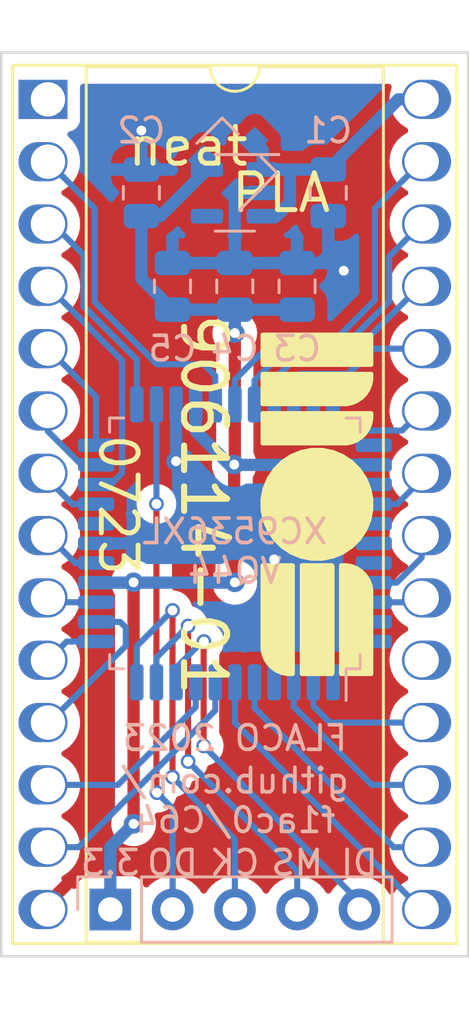
<source format=kicad_pcb>
(kicad_pcb (version 20221018) (generator pcbnew)
  (title_block (title "C64-PLA") (date "2023-02-19") (rev "0.1") (company "FLACO 2023") (comment 1 "Adapted from https://github.com/1c3d1v3r/neatPLA"))
  (layers (0 "F.Cu" signal) (31 "B.Cu" signal) (34 "B.Paste" user) (35 "F.Paste" user) (36 "B.SilkS" user "B.Silkscreen") (37 "F.SilkS" user "F.Silkscreen") (38 "B.Mask" user) (39 "F.Mask" user) (44 "Edge.Cuts" user))
  (net 0 "")
  (net 1 "+5V")
  (net 2 "GND")
  (net 3 "+3.3V")
  (net 4 "/TDO")
  (net 5 "/TCK")
  (net 6 "/TMS")
  (net 7 "/TDI")
  (net 8 "/FE{slash}NC")
  (net 9 "/I7")
  (net 10 "/I6")
  (net 11 "/I5")
  (net 12 "/I4")
  (net 13 "/I3")
  (net 14 "/I2")
  (net 15 "/I1")
  (net 16 "/I0")
  (net 17 "/F7")
  (net 18 "/F6")
  (net 19 "/F5")
  (net 20 "/F4")
  (net 21 "/F3")
  (net 22 "/F2")
  (net 23 "/F1")
  (net 24 "/F0")
  (net 25 "/{slash}CE")
  (net 26 "/I15")
  (net 27 "/I14")
  (net 28 "/I13")
  (net 29 "/I12")
  (net 30 "/I11")
  (net 31 "/I10")
  (net 32 "/I9")
  (net 33 "/I8")
  (footprint "Sassa:DIP-28_W15.24mm_BigPads1.4" (layer "F.Cu") (at 177.8 86.36)
    (fp_text reference "J2" hide)
    (fp_text value "SID 6581")
    (fp_line (start -1.44 -1.39) (end -1.44 34.41) (stroke (width 0.12)) (layer "F.SilkS"))
    (fp_line (start -1.44 34.41) (end 16.68 34.41) (stroke (width 0.12)) (layer "F.SilkS"))
    (fp_line (start 1.56 -1.33) (end 1.56 34.35) (stroke (width 0.12)) (layer "F.SilkS"))
    (fp_line (start 1.56 34.35) (end 13.68 34.35) (stroke (width 0.12)) (layer "F.SilkS"))
    (fp_line (start 6.62 -1.33) (end 1.56 -1.33) (stroke (width 0.12)) (layer "F.SilkS"))
    (fp_line (start 13.68 -1.33) (end 8.62 -1.33) (stroke (width 0.12)) (layer "F.SilkS"))
    (fp_line (start 13.68 34.35) (end 13.68 -1.33) (stroke (width 0.12)) (layer "F.SilkS"))
    (fp_line (start 16.68 -1.39) (end -1.44 -1.39) (stroke (width 0.12)) (layer "F.SilkS"))
    (fp_line (start 16.68 34.41) (end 16.68 -1.39) (stroke (width 0.12)) (layer "F.SilkS"))
    (fp_arc (start 8.62 -1.33) (mid 7.62 -0.33) (end 6.62 -1.33) (stroke (width 0.12)) (layer "F.SilkS"))
    (pad "1" thru_hole rect (at 0 0) (size 2 1.6) (drill 1.4 (offset -0.2 0)) (layers "*.Cu" "*.Mask") (net 8 "/FE{slash}NC"))
    (pad "2" thru_hole oval (at 0 2.54) (size 2 1.6) (drill 1.4 (offset -0.2 0)) (layers "*.Cu" "*.Mask") (net 9 "/I7"))
    (pad "3" thru_hole oval (at 0 5.08) (size 2 1.6) (drill 1.4 (offset -0.2 0)) (layers "*.Cu" "*.Mask") (net 10 "/I6"))
    (pad "4" thru_hole oval (at 0 7.62) (size 2 1.6) (drill 1.4 (offset -0.2 0)) (layers "*.Cu" "*.Mask") (net 11 "/I5"))
    (pad "5" thru_hole oval (at 0 10.16) (size 2 1.6) (drill 1.4 (offset -0.2 0)) (layers "*.Cu" "*.Mask") (net 12 "/I4"))
    (pad "6" thru_hole oval (at 0 12.7) (size 2 1.6) (drill 1.4 (offset -0.2 0)) (layers "*.Cu" "*.Mask") (net 13 "/I3"))
    (pad "7" thru_hole oval (at 0 15.24) (size 2 1.6) (drill 1.4 (offset -0.2 0)) (layers "*.Cu" "*.Mask") (net 14 "/I2"))
    (pad "8" thru_hole oval (at 0 17.78) (size 2 1.6) (drill 1.4 (offset -0.2 0)) (layers "*.Cu" "*.Mask") (net 15 "/I1"))
    (pad "9" thru_hole oval (at 0 20.32) (size 2 1.6) (drill 1.4 (offset -0.2 0)) (layers "*.Cu" "*.Mask") (net 16 "/I0"))
    (pad "10" thru_hole oval (at 0 22.86) (size 2 1.6) (drill 1.4 (offset -0.2 0)) (layers "*.Cu" "*.Mask") (net 17 "/F7"))
    (pad "11" thru_hole oval (at 0 25.4) (size 2 1.6) (drill 1.4 (offset -0.2 0)) (layers "*.Cu" "*.Mask") (net 18 "/F6"))
    (pad "12" thru_hole oval (at 0 27.94) (size 2 1.6) (drill 1.4 (offset -0.2 0)) (layers "*.Cu" "*.Mask") (net 19 "/F5"))
    (pad "13" thru_hole oval (at 0 30.48) (size 2 1.6) (drill 1.4 (offset -0.2 0)) (layers "*.Cu" "*.Mask") (net 20 "/F4"))
    (pad "14" thru_hole oval (at 0 33.02) (size 2 1.6) (drill 1.4 (offset -0.2 0)) (layers "*.Cu" "*.Mask") (net 2 "GND"))
    (pad "15" thru_hole oval (at 15.24 33.02) (size 2 1.6) (drill 1.4 (offset 0.2 0)) (layers "*.Cu" "*.Mask") (net 21 "/F3"))
    (pad "16" thru_hole oval (at 15.24 30.48) (size 2 1.6) (drill 1.4 (offset 0.2 0)) (layers "*.Cu" "*.Mask") (net 22 "/F2"))
    (pad "17" thru_hole oval (at 15.24 27.94) (size 2 1.6) (drill 1.4 (offset 0.2 0)) (layers "*.Cu" "*.Mask") (net 23 "/F1"))
    (pad "18" thru_hole oval (at 15.24 25.4) (size 2 1.6) (drill 1.4 (offset 0.2 0)) (layers "*.Cu" "*.Mask") (net 24 "/F0"))
    (pad "19" thru_hole oval (at 15.24 22.86) (size 2 1.6) (drill 1.4 (offset 0.2 0)) (layers "*.Cu" "*.Mask") (net 25 "/{slash}CE"))
    (pad "20" thru_hole oval (at 15.24 20.32) (size 2 1.6) (drill 1.4 (offset 0.2 0)) (layers "*.Cu" "*.Mask") (net 26 "/I15"))
    (pad "21" thru_hole oval (at 15.24 17.78) (size 2 1.6) (drill 1.4 (offset 0.2 0)) (layers "*.Cu" "*.Mask") (net 27 "/I14"))
    (pad "22" thru_hole oval (at 15.24 15.24) (size 2 1.6) (drill 1.4 (offset 0.2 0)) (layers "*.Cu" "*.Mask") (net 28 "/I13"))
    (pad "23" thru_hole oval (at 15.24 12.7) (size 2 1.6) (drill 1.4 (offset 0.2 0)) (layers "*.Cu" "*.Mask") (net 29 "/I12"))
    (pad "24" thru_hole oval (at 15.24 10.16) (size 2 1.6) (drill 1.4 (offset 0.2 0)) (layers "*.Cu" "*.Mask") (net 30 "/I11"))
    (pad "25" thru_hole oval (at 15.24 7.62) (size 2 1.6) (drill 1.4 (offset 0.2 0)) (layers "*.Cu" "*.Mask") (net 31 "/I10"))
    (pad "26" thru_hole oval (at 15.24 5.08) (size 2 1.6) (drill 1.4 (offset 0.2 0)) (layers "*.Cu" "*.Mask") (net 32 "/I9"))
    (pad "27" thru_hole oval (at 15.24 2.54) (size 2 1.6) (drill 1.4 (offset 0.2 0)) (layers "*.Cu" "*.Mask") (net 33 "/I8"))
    (pad "28" thru_hole oval (at 15.24 0) (size 2 1.6) (drill 1.4 (offset 0.2 0)) (layers "*.Cu" "*.Mask") (net 1 "+5V"))
  )
  (footprint "Capacitor_SMD:C_0805_2012Metric" (layer "B.Cu") (at 181.61 90.17 90)
    (fp_text reference "C2" (at 2.54 0 unlocked) (layer "B.SilkS") (effects (justify mirror)))
    (fp_text value "100n")
    (fp_line (start -0.261252 -0.735) (end 0.261252 -0.735) (stroke (width 0.12)) (layer "B.SilkS"))
    (fp_line (start -0.261252 0.735) (end 0.261252 0.735) (stroke (width 0.12)) (layer "B.SilkS"))
    (pad "1" smd roundrect (at -0.95 0 90) (size 1 1.45) (layers "B.Cu" "B.Paste" "B.Mask") (net 3 "+3.3V"))
    (pad "2" smd roundrect (at 0.95 0 90) (size 1 1.45) (layers "B.Cu" "B.Paste" "B.Mask") (net 2 "GND"))
  )
  (footprint "Package_TO_SOT_SMD:SOT-23-5" (layer "B.Cu") (at 185.42 90.17 180)
    (fp_text reference "U2" hide)
    (fp_text value "SPX3819M5-L-3-3")
    (fp_line (start 0 -1.56) (end -0.8 -1.56) (stroke (width 0.12)) (layer "B.SilkS"))
    (fp_line (start 0 -1.56) (end 0.8 -1.56) (stroke (width 0.12)) (layer "B.SilkS"))
    (fp_line (start 0 1.56) (end -1.8 1.56) (stroke (width 0.12)) (layer "B.SilkS"))
    (fp_line (start 0 1.56) (end 0.8 1.56) (stroke (width 0.12)) (layer "B.SilkS"))
    (pad "1" smd roundrect (at -1.1375 0.95 180) (size 1.325 0.6) (layers "B.Cu" "B.Paste" "B.Mask") (net 1 "+5V"))
    (pad "2" smd roundrect (at -1.1375 0 180) (size 1.325 0.6) (layers "B.Cu" "B.Paste" "B.Mask") (net 2 "GND"))
    (pad "3" smd roundrect (at -1.1375 -0.95 180) (size 1.325 0.6) (layers "B.Cu" "B.Paste" "B.Mask") (net 1 "+5V"))
    (pad "4" smd roundrect (at 1.1375 -0.95 180) (size 1.325 0.6) (layers "B.Cu" "B.Paste" "B.Mask"))
    (pad "5" smd roundrect (at 1.1375 0.95 180) (size 1.325 0.6) (layers "B.Cu" "B.Paste" "B.Mask") (net 3 "+3.3V"))
  )
  (footprint "Capacitor_SMD:C_0805_2012Metric" (layer "B.Cu") (at 189.23 90.17 -90)
    (fp_text reference "C1" (at -2.54 0 unlocked) (layer "B.SilkS") (effects (justify mirror)))
    (fp_text value "10u")
    (fp_line (start -0.261252 -0.735) (end 0.261252 -0.735) (stroke (width 0.12)) (layer "B.SilkS"))
    (fp_line (start -0.261252 0.735) (end 0.261252 0.735) (stroke (width 0.12)) (layer "B.SilkS"))
    (pad "1" smd roundrect (at -0.95 0 270) (size 1 1.45) (layers "B.Cu" "B.Paste" "B.Mask") (net 1 "+5V"))
    (pad "2" smd roundrect (at 0.95 0 270) (size 1 1.45) (layers "B.Cu" "B.Paste" "B.Mask") (net 2 "GND"))
  )
  (footprint "Capacitor_SMD:C_0805_2012Metric" (layer "B.Cu") (at 187.96 93.98 90)
    (fp_text reference "C3" (at -2.54 0 unlocked) (layer "B.SilkS") (effects (justify mirror)))
    (fp_text value "100n")
    (fp_line (start -0.261252 -0.735) (end 0.261252 -0.735) (stroke (width 0.12)) (layer "B.SilkS"))
    (fp_line (start -0.261252 0.735) (end 0.261252 0.735) (stroke (width 0.12)) (layer "B.SilkS"))
    (pad "1" smd roundrect (at -0.95 0 90) (size 1 1.45) (layers "B.Cu" "B.Paste" "B.Mask") (net 3 "+3.3V"))
    (pad "2" smd roundrect (at 0.95 0 90) (size 1 1.45) (layers "B.Cu" "B.Paste" "B.Mask") (net 2 "GND"))
  )
  (footprint "Package_QFP:LQFP-44_10x10mm_P0.8mm" (layer "B.Cu") (at 185.425 104.4575 90)
    (fp_text reference "U1" hide)
    (fp_text value "XC9536XL-VQ44")
    (fp_line (start -5.11 -5.11) (end -5.11 -4.535) (stroke (width 0.12)) (layer "B.SilkS"))
    (fp_line (start -5.11 4.535) (end -6.4 4.535) (stroke (width 0.12)) (layer "B.SilkS"))
    (fp_line (start -5.11 5.11) (end -5.11 4.535) (stroke (width 0.12)) (layer "B.SilkS"))
    (fp_line (start -4.535 -5.11) (end -5.11 -5.11) (stroke (width 0.12)) (layer "B.SilkS"))
    (fp_line (start -4.535 5.11) (end -5.11 5.11) (stroke (width 0.12)) (layer "B.SilkS"))
    (fp_line (start 4.535 -5.11) (end 5.11 -5.11) (stroke (width 0.12)) (layer "B.SilkS"))
    (fp_line (start 4.535 5.11) (end 5.11 5.11) (stroke (width 0.12)) (layer "B.SilkS"))
    (fp_line (start 5.11 -5.11) (end 5.11 -4.535) (stroke (width 0.12)) (layer "B.SilkS"))
    (fp_line (start 5.11 5.11) (end 5.11 4.535) (stroke (width 0.12)) (layer "B.SilkS"))
    (pad "1" smd roundrect (at -5.6625 4 90) (size 1.475 0.55) (layers "B.Cu" "B.Paste" "B.Mask"))
    (pad "2" smd roundrect (at -5.6625 3.2 90) (size 1.475 0.55) (layers "B.Cu" "B.Paste" "B.Mask") (net 24 "/F0"))
    (pad "3" smd roundrect (at -5.6625 2.4 90) (size 1.475 0.55) (layers "B.Cu" "B.Paste" "B.Mask") (net 23 "/F1"))
    (pad "4" smd roundrect (at -5.6625 1.6 90) (size 1.475 0.55) (layers "B.Cu" "B.Paste" "B.Mask") (net 2 "GND"))
    (pad "5" smd roundrect (at -5.6625 0.8 90) (size 1.475 0.55) (layers "B.Cu" "B.Paste" "B.Mask") (net 22 "/F2"))
    (pad "6" smd roundrect (at -5.6625 0 90) (size 1.475 0.55) (layers "B.Cu" "B.Paste" "B.Mask") (net 21 "/F3"))
    (pad "7" smd roundrect (at -5.6625 -0.8 90) (size 1.475 0.55) (layers "B.Cu" "B.Paste" "B.Mask") (net 20 "/F4"))
    (pad "8" smd roundrect (at -5.6625 -1.6 90) (size 1.475 0.55) (layers "B.Cu" "B.Paste" "B.Mask") (net 19 "/F5"))
    (pad "9" smd roundrect (at -5.6625 -2.4 90) (size 1.475 0.55) (layers "B.Cu" "B.Paste" "B.Mask") (net 7 "/TDI"))
    (pad "10" smd roundrect (at -5.6625 -3.2 90) (size 1.475 0.55) (layers "B.Cu" "B.Paste" "B.Mask") (net 6 "/TMS"))
    (pad "11" smd roundrect (at -5.6625 -4 90) (size 1.475 0.55) (layers "B.Cu" "B.Paste" "B.Mask") (net 5 "/TCK"))
    (pad "12" smd roundrect (at -4 -5.6625 90) (size 0.55 1.475) (layers "B.Cu" "B.Paste" "B.Mask") (net 17 "/F7"))
    (pad "13" smd roundrect (at -3.2 -5.6625 90) (size 0.55 1.475) (layers "B.Cu" "B.Paste" "B.Mask") (net 18 "/F6"))
    (pad "14" smd roundrect (at -2.4 -5.6625 90) (size 0.55 1.475) (layers "B.Cu" "B.Paste" "B.Mask") (net 16 "/I0"))
    (pad "15" smd roundrect (at -1.6 -5.6625 90) (size 0.55 1.475) (layers "B.Cu" "B.Paste" "B.Mask") (net 3 "+3.3V"))
    (pad "16" smd roundrect (at -0.8 -5.6625 90) (size 0.55 1.475) (layers "B.Cu" "B.Paste" "B.Mask") (net 15 "/I1"))
    (pad "17" smd roundrect (at 0 -5.6625 90) (size 0.55 1.475) (layers "B.Cu" "B.Paste" "B.Mask") (net 2 "GND"))
    (pad "18" smd roundrect (at 0.8 -5.6625 90) (size 0.55 1.475) (layers "B.Cu" "B.Paste" "B.Mask"))
    (pad "19" smd roundrect (at 1.6 -5.6625 90) (size 0.55 1.475) (layers "B.Cu" "B.Paste" "B.Mask") (net 14 "/I2"))
    (pad "20" smd roundrect (at 2.4 -5.6625 90) (size 0.55 1.475) (layers "B.Cu" "B.Paste" "B.Mask") (net 11 "/I5"))
    (pad "21" smd roundrect (at 3.2 -5.6625 90) (size 0.55 1.475) (layers "B.Cu" "B.Paste" "B.Mask") (net 13 "/I3"))
    (pad "22" smd roundrect (at 4 -5.6625 90) (size 0.55 1.475) (layers "B.Cu" "B.Paste" "B.Mask") (net 12 "/I4"))
    (pad "23" smd roundrect (at 5.6625 -4 90) (size 1.475 0.55) (layers "B.Cu" "B.Paste" "B.Mask") (net 10 "/I6"))
    (pad "24" smd roundrect (at 5.6625 -3.2 90) (size 1.475 0.55) (layers "B.Cu" "B.Paste" "B.Mask") (net 4 "/TDO"))
    (pad "25" smd roundrect (at 5.6625 -2.4 90) (size 1.475 0.55) (layers "B.Cu" "B.Paste" "B.Mask") (net 2 "GND"))
    (pad "26" smd roundrect (at 5.6625 -1.6 90) (size 1.475 0.55) (layers "B.Cu" "B.Paste" "B.Mask") (net 3 "+3.3V"))
    (pad "27" smd roundrect (at 5.6625 -0.8 90) (size 1.475 0.55) (layers "B.Cu" "B.Paste" "B.Mask") (net 9 "/I7"))
    (pad "28" smd roundrect (at 5.6625 0 90) (size 1.475 0.55) (layers "B.Cu" "B.Paste" "B.Mask") (net 33 "/I8"))
    (pad "29" smd roundrect (at 5.6625 0.8 90) (size 1.475 0.55) (layers "B.Cu" "B.Paste" "B.Mask") (net 32 "/I9"))
    (pad "30" smd roundrect (at 5.6625 1.6 90) (size 1.475 0.55) (layers "B.Cu" "B.Paste" "B.Mask") (net 31 "/I10"))
    (pad "31" smd roundrect (at 5.6625 2.4 90) (size 1.475 0.55) (layers "B.Cu" "B.Paste" "B.Mask") (net 30 "/I11"))
    (pad "32" smd roundrect (at 5.6625 3.2 90) (size 1.475 0.55) (layers "B.Cu" "B.Paste" "B.Mask") (net 29 "/I12"))
    (pad "33" smd roundrect (at 5.6625 4 90) (size 1.475 0.55) (layers "B.Cu" "B.Paste" "B.Mask"))
    (pad "34" smd roundrect (at 4 5.6625 90) (size 0.55 1.475) (layers "B.Cu" "B.Paste" "B.Mask"))
    (pad "35" smd roundrect (at 3.2 5.6625 90) (size 0.55 1.475) (layers "B.Cu" "B.Paste" "B.Mask") (net 3 "+3.3V"))
    (pad "36" smd roundrect (at 2.4 5.6625 90) (size 0.55 1.475) (layers "B.Cu" "B.Paste" "B.Mask"))
    (pad "37" smd roundrect (at 1.6 5.6625 90) (size 0.55 1.475) (layers "B.Cu" "B.Paste" "B.Mask") (net 28 "/I13"))
    (pad "38" smd roundrect (at 0.8 5.6625 90) (size 0.55 1.475) (layers "B.Cu" "B.Paste" "B.Mask"))
    (pad "39" smd roundrect (at 0 5.6625 90) (size 0.55 1.475) (layers "B.Cu" "B.Paste" "B.Mask"))
    (pad "40" smd roundrect (at -0.8 5.6625 90) (size 0.55 1.475) (layers "B.Cu" "B.Paste" "B.Mask"))
    (pad "41" smd roundrect (at -1.6 5.6625 90) (size 0.55 1.475) (layers "B.Cu" "B.Paste" "B.Mask") (net 27 "/I14"))
    (pad "42" smd roundrect (at -2.4 5.6625 90) (size 0.55 1.475) (layers "B.Cu" "B.Paste" "B.Mask") (net 26 "/I15"))
    (pad "43" smd roundrect (at -3.2 5.6625 90) (size 0.55 1.475) (layers "B.Cu" "B.Paste" "B.Mask"))
    (pad "44" smd roundrect (at -4 5.6625 90) (size 0.55 1.475) (layers "B.Cu" "B.Paste" "B.Mask"))
  )
  (footprint "Capacitor_SMD:C_0805_2012Metric" (layer "B.Cu") (at 182.88 93.98 90)
    (fp_text reference "C5" (at -2.54 0 unlocked) (layer "B.SilkS") (effects (justify mirror)))
    (fp_text value "10u")
    (fp_line (start -0.261252 -0.735) (end 0.261252 -0.735) (stroke (width 0.12)) (layer "B.SilkS"))
    (fp_line (start -0.261252 0.735) (end 0.261252 0.735) (stroke (width 0.12)) (layer "B.SilkS"))
    (pad "1" smd roundrect (at -0.95 0 90) (size 1 1.45) (layers "B.Cu" "B.Paste" "B.Mask") (net 3 "+3.3V"))
    (pad "2" smd roundrect (at 0.95 0 90) (size 1 1.45) (layers "B.Cu" "B.Paste" "B.Mask") (net 2 "GND"))
  )
  (footprint "Connector_PinHeader_2.54mm:PinHeader_1x05_P2.54mm_Vertical" (layer "B.Cu") (at 180.345 119.38 -90)
    (fp_text reference "J1" hide)
    (fp_text value "Conn_01x06")
    (fp_line (start -1.33 -11.49) (end 1.33 -11.49) (stroke (width 0.12)) (layer "B.SilkS"))
    (fp_line (start -1.33 -1.27) (end -1.33 -11.49) (stroke (width 0.12)) (layer "B.SilkS"))
    (fp_line (start -1.33 -1.27) (end 1.33 -1.27) (stroke (width 0.12)) (layer "B.SilkS"))
    (fp_line (start -1.33 0) (end -1.33 1.33) (stroke (width 0.12)) (layer "B.SilkS"))
    (fp_line (start -1.33 1.33) (end 0 1.33) (stroke (width 0.12)) (layer "B.SilkS"))
    (fp_line (start 1.33 -1.27) (end 1.33 -11.49) (stroke (width 0.12)) (layer "B.SilkS"))
    (pad "1" thru_hole rect (at 0 0 270) (size 1.7 1.7) (drill 1) (layers "*.Cu" "*.Mask") (net 3 "+3.3V"))
    (pad "2" thru_hole oval (at 0 -2.54 270) (size 1.7 1.7) (drill 1) (layers "*.Cu" "*.Mask") (net 4 "/TDO"))
    (pad "3" thru_hole oval (at 0 -5.08 270) (size 1.7 1.7) (drill 1) (layers "*.Cu" "*.Mask") (net 5 "/TCK"))
    (pad "4" thru_hole oval (at 0 -7.62 270) (size 1.7 1.7) (drill 1) (layers "*.Cu" "*.Mask") (net 6 "/TMS"))
    (pad "5" thru_hole oval (at 0 -10.16 270) (size 1.7 1.7) (drill 1) (layers "*.Cu" "*.Mask") (net 7 "/TDI"))
  )
  (footprint "Sassa:SOT-23" (layer "B.Cu") (at 185.4835 88.773 45)
    (fp_text reference "U3" hide)
    (fp_text value "XC6206PxxxMR")
    (fp_line (start 0.76 -1.58) (end -0.7 -1.58) (stroke (width 0.12)) (layer "B.SilkS"))
    (fp_line (start 0.76 -1.58) (end 0.76 -0.65) (stroke (width 0.12)) (layer "B.SilkS"))
    (fp_line (start 0.76 1.58) (end -1.4 1.58) (stroke (width 0.12)) (layer "B.SilkS"))
    (fp_line (start 0.76 1.58) (end 0.76 0.65) (stroke (width 0.12)) (layer "B.SilkS"))
    (pad "1" smd rect (at -1 0.95 45) (size 0.9 0.8) (layers "B.Cu" "B.Paste" "B.Mask") (net 2 "GND"))
    (pad "2" smd rect (at -1 -0.95 45) (size 0.9 0.8) (layers "B.Cu" "B.Paste" "B.Mask") (net 3 "+3.3V"))
    (pad "3" smd rect (at 1 0 45) (size 0.9 0.8) (layers "B.Cu" "B.Paste" "B.Mask") (net 1 "+5V"))
  )
  (footprint "Capacitor_SMD:C_0805_2012Metric" (layer "B.Cu") (at 185.42 93.98 90)
    (fp_text reference "C4" (at -2.54 0 unlocked) (layer "B.SilkS") (effects (justify mirror)))
    (fp_text value "100n")
    (fp_line (start -0.261252 -0.735) (end 0.261252 -0.735) (stroke (width 0.12)) (layer "B.SilkS"))
    (fp_line (start -0.261252 0.735) (end 0.261252 0.735) (stroke (width 0.12)) (layer "B.SilkS"))
    (pad "1" smd roundrect (at -0.95 0 90) (size 1 1.45) (layers "B.Cu" "B.Paste" "B.Mask") (net 3 "+3.3V"))
    (pad "2" smd roundrect (at 0.95 0 90) (size 1 1.45) (layers "B.Cu" "B.Paste" "B.Mask") (net 2 "GND"))
  )
  (gr_line (start 190.571207 105.610572) (end 190.724425 105.76379) (stroke (width 0.2)) (layer "F.SilkS"))
  (gr_line (start 190.927727 106.144139) (end 190.97 106.356659) (stroke (width 0.2)) (layer "F.SilkS"))
  (gr_line (start 190.571207 98.519429) (end 190.391043 98.63981) (stroke (width 0.2)) (layer "F.SilkS"))
  (gr_line (start 186.57 102.648321) (end 186.654546 102.223285) (stroke (width 0.2)) (layer "F.SilkS"))
  (gr_line (start 186.96879 109.519426) (end 186.815572 109.366208) (stroke (width 0.2)) (layer "F.SilkS"))
  (gr_line (start 188.169997 105.365002) (end 188.169994 109.764998) (stroke (width 0.2)) (layer "F.SilkS"))
  (gr_line (start 187.769997 105.364997) (end 187.77 109.765001) (stroke (width 0.2)) (layer "F.SilkS"))
  (gr_line (start 190.885454 103.506715) (end 190.719615 103.90709) (stroke (width 0.2)) (layer "F.SilkS"))
  (gr_line (start 190.190858 98.722728) (end 189.978338 98.765001) (stroke (width 0.2)) (layer "F.SilkS"))
  (gr_line (start 186.570002 103.081679) (end 186.57 102.865) (stroke (width 0.2)) (layer "F.SilkS"))
  (gr_line (start 187.061149 101.462583) (end 187.367583 101.156149) (stroke (width 0.2)) (layer "F.SilkS"))
  (gr_line (start 187.67 109.764996) (end 187.561659 109.764998) (stroke (width 0.2)) (layer "F.SilkS"))
  (gr_line (start 186.569997 105.364997) (end 187.769997 105.364997) (stroke (width 0.2)) (layer "F.SilkS"))
  (gr_line (start 189.869997 98.764999) (end 189.87 98.765001) (stroke (width 0.2)) (layer "F.SilkS"))
  (gr_line (start 190.719615 103.90709) (end 190.478851 104.267417) (stroke (width 0.2)) (layer "F.SilkS"))
  (gr_line (start 190.478851 101.462583) (end 190.719615 101.82291) (stroke (width 0.2)) (layer "F.SilkS"))
  (gr_line (start 188.553321 105.065) (end 188.128285 104.980454) (stroke (width 0.2)) (layer "F.SilkS"))
  (gr_line (start 190.724425 99.966213) (end 190.571207 100.119431) (stroke (width 0.2)) (layer "F.SilkS"))
  (gr_line (start 186.654546 102.223285) (end 186.820385 101.82291) (stroke (width 0.2)) (layer "F.SilkS"))
  (gr_line (start 190.97 106.356659) (end 190.969998 106.464997) (stroke (width 0.2)) (layer "F.SilkS"))
  (gr_line (start 190.97 97.164999) (end 190.969998 95.964997) (stroke (width 0.2)) (layer "F.SilkS"))
  (gr_line (start 188.128285 100.749546) (end 188.553321 100.665) (stroke (width 0.2)) (layer "F.SilkS"))
  (gr_line (start 186.569997 99.165) (end 190.97 99.165003) (stroke (width 0.2)) (layer "F.SilkS"))
  (gr_line (start 190.391043 100.239811) (end 190.190858 100.32273) (stroke (width 0.2)) (layer "F.SilkS"))
  (gr_line (start 187.349142 109.722725) (end 187.148955 109.639807) (stroke (width 0.2)) (layer "F.SilkS"))
  (gr_line (start 186.569997 95.964994) (end 186.57 97.164997) (stroke (width 0.2)) (layer "F.SilkS"))
  (gr_line (start 188.169994 109.764998) (end 189.369996 109.764996) (stroke (width 0.2)) (layer "F.SilkS"))
  (gr_line (start 189.411715 104.980454) (end 188.986679 105.065) (stroke (width 0.2)) (layer "F.SilkS"))
  (gr_line (start 188.986679 105.065) (end 188.77 105.065) (stroke (width 0.2)) (layer "F.SilkS"))
  (gr_line (start 188.128285 104.980454) (end 187.72791 104.814615) (stroke (width 0.2)) (layer "F.SilkS"))
  (gr_line (start 187.367583 101.156149) (end 187.72791 100.915385) (stroke (width 0.2)) (layer "F.SilkS"))
  (gr_line (start 189.87 105.365) (end 189.978338 105.364997) (stroke (width 0.2)) (layer "F.SilkS"))
  (gr_line (start 188.553321 100.665) (end 188.77 100.665) (stroke (width 0.2)) (layer "F.SilkS"))
  (gr_line (start 189.978338 105.364997) (end 190.190858 105.40727) (stroke (width 0.2)) (layer "F.SilkS"))
  (gr_poly (pts (xy 189.44 109.735) (xy 188.19 109.735) (xy 188.19 105.375) (xy 189.44 105.375)) (stroke (width 0.1)) (fill solid) (layer "F.SilkS"))
  (gr_line (start 190.927724 99.585863) (end 190.844806 99.786048) (stroke (width 0.2)) (layer "F.SilkS"))
  (gr_line (start 188.77 105.065) (end 188.553321 105.065) (stroke (width 0.2)) (layer "F.SilkS"))
  (gr_line (start 188.77 100.665) (end 188.77 100.665) (stroke (width 0.2)) (layer "F.SilkS"))
  (gr_line (start 190.97 99.165003) (end 190.969995 99.265003) (stroke (width 0.2)) (layer "F.SilkS"))
  (gr_line (start 190.969995 99.265003) (end 190.969998 99.373344) (stroke (width 0.2)) (layer "F.SilkS"))
  (gr_line (start 189.411715 100.749546) (end 189.81209 100.915385) (stroke (width 0.2)) (layer "F.SilkS"))
  (gr_line (start 190.97 102.865) (end 190.969998 103.081679) (stroke (width 0.2)) (layer "F.SilkS"))
  (gr_line (start 190.969995 97.665001) (end 190.969998 97.773342) (stroke (width 0.2)) (layer "F.SilkS"))
  (gr_line (start 186.57 97.164997) (end 190.97 97.164999) (stroke (width 0.2)) (layer "F.SilkS"))
  (gr_line (start 190.927724 97.985861) (end 190.844806 98.186046) (stroke (width 0.2)) (layer "F.SilkS"))
  (gr_line (start 190.97 109.764996) (end 189.77 109.764996) (stroke (width 0.2)) (layer "F.SilkS"))
  (gr_line (start 190.969998 95.964997) (end 186.569997 95.964994) (stroke (width 0.2)) (layer "F.SilkS"))
  (gr_line (start 189.369996 109.764996) (end 189.369998 105.365) (stroke (width 0.2)) (layer "F.SilkS"))
  (gr_line (start 190.391043 98.63981) (end 190.190858 98.722728) (stroke (width 0.2)) (layer "F.SilkS"))
  (gr_poly (pts (xy 187.79 109.815) (xy 187 109.525) (xy 186.57 108.773339) (xy 186.6 105.375) (xy 187.79 105.375)) (stroke (width 0.1)) (fill solid) (layer "F.SilkS"))
  (gr_line (start 190.969998 99.373344) (end 190.927724 99.585863) (stroke (width 0.2)) (layer "F.SilkS"))
  (gr_line (start 189.77 109.764996) (end 189.770003 105.365) (stroke (width 0.2)) (layer "F.SilkS"))
  (gr_line (start 190.719615 101.82291) (end 190.885454 102.223285) (stroke (width 0.2)) (layer "F.SilkS"))
  (gr_line (start 190.970003 106.465) (end 190.97 109.764996) (stroke (width 0.2)) (layer "F.SilkS"))
  (gr_line (start 190.724425 105.76379) (end 190.844806 105.943952) (stroke (width 0.2)) (layer "F.SilkS"))
  (gr_line (start 189.869997 100.365) (end 189.87 100.365003) (stroke (width 0.2)) (layer "F.SilkS"))
  (gr_line (start 189.81209 104.814615) (end 189.411715 104.980454) (stroke (width 0.2)) (layer "F.SilkS"))
  (gr_line (start 186.57 108.665001) (end 186.569997 105.364997) (stroke (width 0.2)) (layer "F.SilkS"))
  (gr_line (start 189.87 100.365003) (end 186.569997 100.365) (stroke (width 0.2)) (layer "F.SilkS"))
  (gr_line (start 189.87 98.765001) (end 186.569997 98.764999) (stroke (width 0.2)) (layer "F.SilkS"))
  (gr_line (start 190.478851 104.267417) (end 190.172417 104.573851) (stroke (width 0.2)) (layer "F.SilkS"))
  (gr_line (start 186.569997 97.564998) (end 190.97 97.565001) (stroke (width 0.2)) (layer "F.SilkS"))
  (gr_line (start 190.724425 98.366211) (end 190.571207 98.519429) (stroke (width 0.2)) (layer "F.SilkS"))
  (gr_line (start 190.844806 105.943952) (end 190.927727 106.144139) (stroke (width 0.2)) (layer "F.SilkS"))
  (gr_poly (pts (xy 190.92 99.695) (xy 190.28 100.335) (xy 186.62 100.335) (xy 186.62 99.145) (xy 190.92 99.145)) (stroke (width 0.1)) (fill solid) (layer "F.SilkS"))
  (gr_line (start 186.815572 109.366208) (end 186.695191 109.186044) (stroke (width 0.2)) (layer "F.SilkS"))
  (gr_poly (pts (xy 189.59 100.785) (xy 190.46 101.425) (xy 190.95 102.445) (xy 190.89 103.605) (xy 190.08 104.645) (xy 188.89 105.025) (xy 188.57 105.025) (xy 188.22 104.995) (xy 187.47 104.645) (xy 186.91 104.035) (xy 186.54 102.935) (xy 186.68 102.185) (xy 187.26 101.195) (xy 188.08 100.785) (xy 188.83 100.645)) (stroke (width 0.1)) (fill solid) (layer "F.SilkS"))
  (gr_line (start 187.148955 109.639807) (end 186.96879 109.519426) (stroke (width 0.2)) (layer "F.SilkS"))
  (gr_line (start 189.978338 100.365003) (end 189.869997 100.365) (stroke (width 0.2)) (layer "F.SilkS"))
  (gr_line (start 190.969998 97.773342) (end 190.927724 97.985861) (stroke (width 0.2)) (layer "F.SilkS"))
  (gr_poly (pts (xy 190.4 105.525) (xy 190.92 106.075) (xy 190.95 109.705) (xy 189.82 109.705) (xy 189.82 105.405)) (stroke (width 0.1)) (fill solid) (layer "F.SilkS"))
  (gr_line (start 186.57 108.773339) (end 186.570002 108.664998) (stroke (width 0.2)) (layer "F.SilkS"))
  (gr_line (start 187.367583 104.573851) (end 187.061149 104.267417) (stroke (width 0.2)) (layer "F.SilkS"))
  (gr_line (start 190.97 102.648321) (end 190.97 102.865) (stroke (width 0.2)) (layer "F.SilkS"))
  (gr_line (start 188.77 100.665) (end 188.986679 100.665002) (stroke (width 0.2)) (layer "F.SilkS"))
  (gr_line (start 189.770003 105.365) (end 189.87 105.365) (stroke (width 0.2)) (layer "F.SilkS"))
  (gr_line (start 187.061149 104.267417) (end 186.820385 103.90709) (stroke (width 0.2)) (layer "F.SilkS"))
  (gr_line (start 190.969998 103.081679) (end 190.885454 103.506715) (stroke (width 0.2)) (layer "F.SilkS"))
  (gr_line (start 190.190858 105.40727) (end 190.391045 105.490191) (stroke (width 0.2)) (layer "F.SilkS"))
  (gr_line (start 190.172417 101.156149) (end 190.478851 101.462583) (stroke (width 0.2)) (layer "F.SilkS"))
  (gr_poly (pts (xy 190.92 98.045) (xy 190.2 98.765) (xy 186.62 98.765) (xy 186.62 97.605) (xy 190.92 97.605)) (stroke (width 0.1)) (fill solid) (layer "F.SilkS"))
  (gr_line (start 190.885454 102.223285) (end 190.97 102.648321) (stroke (width 0.2)) (layer "F.SilkS"))
  (gr_line (start 190.969998 106.464997) (end 190.970003 106.465) (stroke (width 0.2)) (layer "F.SilkS"))
  (gr_line (start 187.72791 100.915385) (end 188.128285 100.749546) (stroke (width 0.2)) (layer "F.SilkS"))
  (gr_line (start 189.81209 100.915385) (end 190.172417 101.156149) (stroke (width 0.2)) (layer "F.SilkS"))
  (gr_line (start 187.72791 104.814615) (end 187.367583 104.573851) (stroke (width 0.2)) (layer "F.SilkS"))
  (gr_line (start 186.569997 100.365) (end 186.569997 99.165) (stroke (width 0.2)) (layer "F.SilkS"))
  (gr_poly (pts (xy 190.92 97.115) (xy 186.65 97.115) (xy 186.65 96.005) (xy 190.92 96.005)) (stroke (width 0.1)) (fill solid) (layer "F.SilkS"))
  (gr_line (start 187.561659 109.764998) (end 187.349142 109.722725) (stroke (width 0.2)) (layer "F.SilkS"))
  (gr_line (start 186.569997 98.764999) (end 186.569997 97.564998) (stroke (width 0.2)) (layer "F.SilkS"))
  (gr_line (start 190.844806 99.786048) (end 190.724425 99.966213) (stroke (width 0.2)) (layer "F.SilkS"))
  (gr_line (start 190.844806 98.186046) (end 190.724425 98.366211) (stroke (width 0.2)) (layer "F.SilkS"))
  (gr_line (start 190.172417 104.573851) (end 189.81209 104.814615) (stroke (width 0.2)) (layer "F.SilkS"))
  (gr_line (start 187.77 109.765001) (end 187.67 109.764996) (stroke (width 0.2)) (layer "F.SilkS"))
  (gr_line (start 189.978338 98.765001) (end 189.869997 98.764999) (stroke (width 0.2)) (layer "F.SilkS"))
  (gr_line (start 188.986679 100.665002) (end 189.411715 100.749546) (stroke (width 0.2)) (layer "F.SilkS"))
  (gr_line (start 186.820385 101.82291) (end 187.061149 101.462583) (stroke (width 0.2)) (layer "F.SilkS"))
  (gr_line (start 186.612273 108.985856) (end 186.57 108.773339) (stroke (width 0.2)) (layer "F.SilkS"))
  (gr_line (start 186.695191 109.186044) (end 186.612273 108.985856) (stroke (width 0.2)) (layer "F.SilkS"))
  (gr_line (start 190.190858 100.32273) (end 189.978338 100.365003) (stroke (width 0.2)) (layer "F.SilkS"))
  (gr_line (start 190.391045 105.490191) (end 190.571207 105.610572) (stroke (width 0.2)) (layer "F.SilkS"))
  (gr_line (start 186.570002 108.664998) (end 186.57 108.665001) (stroke (width 0.2)) (layer "F.SilkS"))
  (gr_line (start 189.369998 105.365) (end 188.169997 105.365002) (stroke (width 0.2)) (layer "F.SilkS"))
  (gr_line (start 190.97 97.565001) (end 190.969995 97.665001) (stroke (width 0.2)) (layer "F.SilkS"))
  (gr_line (start 186.654546 103.506715) (end 186.570002 103.081679) (stroke (width 0.2)) (layer "F.SilkS"))
  (gr_line (start 186.820385 103.90709) (end 186.654546 103.506715) (stroke (width 0.2)) (layer "F.SilkS"))
  (gr_line (start 186.57 102.865) (end 186.57 102.648321) (stroke (width 0.2)) (layer "F.SilkS"))
  (gr_line (start 190.571207 100.119431) (end 190.391043 100.239811) (stroke (width 0.2)) (layer "F.SilkS"))
  (gr_line (start 194.945 121.285) (end 175.895 121.285) (stroke (width 0.1)) (layer "Edge.Cuts"))
  (gr_line (start 175.895 121.285) (end 175.895 84.455) (stroke (width 0.1)) (layer "Edge.Cuts"))
  (gr_line (start 175.895 84.455) (end 194.945 84.455) (stroke (width 0.1)) (layer "Edge.Cuts"))
  (gr_line (start 194.945 84.455) (end 194.945 121.285) (stroke (width 0.1)) (layer "Edge.Cuts"))
  (gr_text "DO" (at 182.88 117.475) (layer "B.SilkS") (effects (font (size 1 1)) (justify mirror)))
  (gr_text "MS" (at 187.96 117.475) (layer "B.SilkS") (effects (font (size 1 1)) (justify mirror)))
  (gr_text "FLACO 2023" (at 185.42 112.395) (layer "B.SilkS") (effects (font (size 1 1)) (justify mirror)))
  (gr_text "github.com/\nf1ac0/C64" (at 185.42 114.935) (layer "B.SilkS") (effects (font (size 1 1)) (justify mirror)))
  (gr_text "3.3" (at 180.34 117.475) (layer "B.SilkS") (effects (font (size 1 1)) (justify mirror)))
  (gr_text "CK" (at 185.42 117.475) (layer "B.SilkS") (effects (font (size 1 1)) (justify mirror)))
  (gr_text "DI" (at 190.5 117.475) (layer "B.SilkS") (effects (font (size 1 1)) (justify mirror)))
  (gr_text "XC9536XL\nVQ44" (at 185.42 104.775) (layer "B.SilkS") (effects (font (size 1 1)) (justify mirror)))
  (gr_text "906114-01" (at 184.15 102.885 -90) (layer "F.SilkS") (effects (font (size 1.75 1.75) (thickness 0.25))))
  (gr_text "neat" (at 183.515 88.28) (layer "F.SilkS") (effects (font (size 1.5 1.5) (thickness 0.2))))
  (gr_text "0723" (at 180.66 102.885 -90) (layer "F.SilkS") (effects (font (size 1.5 1.5) (thickness 0.2))))
  (gr_text "PLA" (at 187.306 90.17) (layer "F.SilkS") (effects (font (size 1.5 1.5) (thickness 0.2))))
  (segment (start 189.23 89.22) (end 187.64 89.22) (width 0.5) (layer "B.Cu") (net 1))
  (segment (start 187.67 89.25) (end 187.67 90.568528) (width 0.5) (layer "B.Cu") (net 1))
  (segment (start 193.04 86.36) (end 192.09 86.36) (width 0.5) (layer "B.Cu") (net 1))
  (segment (start 187.64 89.22) (end 186.5575 89.22) (width 0.5) (layer "B.Cu") (net 1))
  (segment (start 186.5575 89.22) (end 186.5575 88.432786) (width 0.5) (layer "B.Cu") (net 1))
  (segment (start 192.09 86.36) (end 189.23 89.22) (width 0.5) (layer "B.Cu") (net 1))
  (segment (start 186.5575 88.432786) (end 186.190607 88.065893) (width 0.5) (layer "B.Cu") (net 1))
  (segment (start 187.118528 91.12) (end 186.5575 91.12) (width 0.5) (layer "B.Cu") (net 1))
  (segment (start 187.64 89.22) (end 187.67 89.25) (width 0.5) (layer "B.Cu") (net 1))
  (segment (start 187.67 90.568528) (end 187.118528 91.12) (width 0.5) (layer "B.Cu") (net 1))
  (segment (start 177.8 119.38) (end 177.8 119.126) (width 0.5) (layer "F.Cu") (net 2))
  (segment (start 177.8 119.126) (end 180.086 116.84) (width 0.5) (layer "F.Cu") (net 2))
  (via (at 187.025 105.11) (size 0.8) (drill 0.4) (layers "F.Cu" "B.Cu") (net 2))
  (via (at 181.61 87.63) (size 0.8) (drill 0.4) (layers "F.Cu" "B.Cu") (net 2))
  (via (at 183.025 101.11) (size 0.8) (drill 0.4) (layers "F.Cu" "B.Cu") (net 2))
  (via (at 189.865 93.345) (size 0.8) (drill 0.4) (layers "F.Cu" "B.Cu") (net 2))
  (segment (start 185.42 90.180003) (end 185.42 93.03) (width 0.5) (layer "B.Cu") (net 2))
  (segment (start 188.91 93.03) (end 187.96 93.03) (width 0.5) (layer "B.Cu") (net 2))
  (segment (start 189.23 91.12) (end 189.23 92.71) (width 0.5) (layer "B.Cu") (net 2))
  (segment (start 186.5575 90.17) (end 185.466287 90.17) (width 0.5) (layer "B.Cu") (net 2))
  (segment (start 185.448145 90.151858) (end 185.42 90.180003) (width 0.5) (layer "B.Cu") (net 2))
  (segment (start 185.42 93.03) (end 187.96 93.03) (width 0.5) (layer "B.Cu") (net 2))
  (segment (start 179.7625 104.4575) (end 183.1975 104.4575) (width 0.5) (layer "B.Cu") (net 2))
  (segment (start 187.025 105.11) (end 187.025 110.12) (width 0.5) (layer "B.Cu") (net 2))
  (segment (start 183.025 98.795) (end 183.025 101.11) (width 0.5) (layer "B.Cu") (net 2))
  (segment (start 182.88 93.03) (end 185.42 93.03) (width 0.5) (layer "B.Cu") (net 2))
  (segment (start 185.466287 90.17) (end 185.448145 90.151858) (width 0.5) (layer "B.Cu") (net 2))
  (segment (start 183.1975 104.4575) (end 184.785 102.87) (width 0.5) (layer "B.Cu") (net 2))
  (segment (start 189.23 92.71) (end 188.91 93.03) (width 0.5) (layer "B.Cu") (net 2))
  (segment (start 184.785 102.87) (end 187.025 105.11) (width 0.5) (layer "B.Cu") (net 2))
  (segment (start 183.025 101.11) (end 184.785 102.87) (width 0.5) (layer "B.Cu") (net 2))
  (segment (start 185.395 101.244) (end 185.395 106.02) (width 0.5) (layer "F.Cu") (net 3))
  (segment (start 185.42 101.219) (end 185.395 101.244) (width 0.5) (layer "F.Cu") (net 3))
  (segment (start 181.2925 106.045) (end 181.2925 115.8875) (width 0.5) (layer "F.Cu") (net 3))
  (segment (start 185.395 106.02) (end 185.42 106.045) (width 0.5) (layer "F.Cu") (net 3))
  (segment (start 185.42 95.885) (end 185.42 101.219) (width 0.5) (layer "F.Cu") (net 3))
  (via (at 185.42 106.045) (size 0.8) (drill 0.4) (layers "F.Cu" "B.Cu") (net 3))
  (via (at 185.42 95.885) (size 0.8) (drill 0.4) (layers "F.Cu" "B.Cu") (net 3))
  (via (at 185.395 101.244) (size 0.8) (drill 0.4) (layers "F.Cu" "B.Cu") (net 3))
  (via (at 181.2925 106.045) (size 0.8) (drill 0.4) (layers "F.Cu" "B.Cu") (net 3))
  (via (at 181.2925 115.8875) (size 0.8) (drill 0.4) (layers "F.Cu" "B.Cu") (net 3))
  (segment (start 180.345 116.835) (end 181.2925 115.8875) (width 0.5) (layer "B.Cu") (net 3))
  (segment (start 182.88 94.93) (end 187.96 94.93) (width 0.5) (layer "B.Cu") (net 3))
  (segment (start 181.61 91.12) (end 181.61 93.66) (width 0.5) (layer "B.Cu") (net 3))
  (segment (start 182.3825 91.12) (end 181.61 91.12) (width 0.5) (layer "B.Cu") (net 3))
  (segment (start 185.4075 106.0575) (end 185.42 106.045) (width 0.5) (layer "B.Cu") (net 3))
  (segment (start 185.42 94.93) (end 185.42 95.885) (width 0.5) (layer "B.Cu") (net 3))
  (segment (start 182.3825 91.12) (end 184.2825 89.22) (width 0.5) (layer "B.Cu") (net 3))
  (segment (start 184.104642 89.042142) (end 184.2825 89.22) (width 0.5) (layer "B.Cu") (net 3))
  (segment (start 181.3435 106.0575) (end 185.4075 106.0575) (width 0.5) (layer "B.Cu") (net 3))
  (segment (start 181.61 93.66) (end 182.88 94.93) (width 0.5) (layer "B.Cu") (net 3))
  (segment (start 184.104642 88.808355) (end 184.104642 89.042142) (width 0.5) (layer "B.Cu") (net 3))
  (segment (start 185.191 101.244) (end 185.395 101.244) (width 0.5) (layer "B.Cu") (net 3))
  (segment (start 191.0875 101.2575) (end 185.4085 101.2575) (width 0.5) (layer "B.Cu") (net 3))
  (segment (start 185.4085 101.2575) (end 185.395 101.244) (width 0.5) (layer "B.Cu") (net 3))
  (segment (start 179.7625 106.0575) (end 181.3435 106.0575) (width 0.5) (layer "B.Cu") (net 3))
  (segment (start 180.345 119.38) (end 180.345 116.835) (width 0.5) (layer "B.Cu") (net 3))
  (segment (start 183.825 98.795) (end 183.825 99.878) (width 0.5) (layer "B.Cu") (net 3))
  (segment (start 183.825 99.878) (end 185.191 101.244) (width 0.5) (layer "B.Cu") (net 3))
  (segment (start 182.225 114.5975) (end 182.245 114.6175) (width 0.25) (layer "F.Cu") (net 4))
  (segment (start 182.225 102.85) (end 182.225 114.5975) (width 0.25) (layer "F.Cu") (net 4))
  (via (at 182.245 114.6175) (size 0.6) (drill 0.4) (layers "F.Cu" "B.Cu") (net 4))
  (via (at 182.225 102.85) (size 0.6) (drill 0.4) (layers "F.Cu" "B.Cu") (net 4))
  (segment (start 182.885 119.38) (end 182.885 115.2575) (width 0.25) (layer "B.Cu") (net 4))
  (segment (start 182.885 115.2575) (end 182.245 114.6175) (width 0.25) (layer "B.Cu") (net 4))
  (segment (start 182.225 98.795) (end 182.225 102.85) (width 0.25) (layer "B.Cu") (net 4))
  (segment (start 182.88 113.9825) (end 182.88 107.188) (width 0.25) (layer "F.Cu") (net 5))
  (via (at 182.88 113.9825) (size 0.6) (drill 0.4) (layers "F.Cu" "B.Cu") (net 5))
  (via (at 182.88 107.188) (size 0.6) (drill 0.4) (layers "F.Cu" "B.Cu") (net 5))
  (segment (start 185.425 119.38) (end 185.425 116.5275) (width 0.25) (layer "B.Cu") (net 5))
  (segment (start 185.425 116.5275) (end 182.88 113.9825) (width 0.25) (layer "B.Cu") (net 5))
  (segment (start 181.425 110.12) (end 181.425 108.643) (width 0.25) (layer "B.Cu") (net 5))
  (segment (start 181.425 108.643) (end 182.88 107.188) (width 0.25) (layer "B.Cu") (net 5))
  (segment (start 183.515 107.823) (end 183.515 113.3475) (width 0.25) (layer "F.Cu") (net 6))
  (via (at 183.515 107.823) (size 0.6) (drill 0.4) (layers "F.Cu" "B.Cu") (net 6))
  (via (at 183.515 113.3475) (size 0.6) (drill 0.4) (layers "F.Cu" "B.Cu") (net 6))
  (segment (start 187.965 117.7975) (end 183.515 113.3475) (width 0.25) (layer "B.Cu") (net 6))
  (segment (start 182.225 110.12) (end 182.225 109.113) (width 0.25) (layer "B.Cu") (net 6))
  (segment (start 187.965 119.38) (end 187.965 117.7975) (width 0.25) (layer "B.Cu") (net 6))
  (segment (start 182.225 109.113) (end 183.515 107.823) (width 0.25) (layer "B.Cu") (net 6))
  (segment (start 184.15 112.7125) (end 184.15 108.4685) (width 0.25) (layer "F.Cu") (net 7))
  (via (at 184.15 112.7125) (size 0.6) (drill 0.4) (layers "F.Cu" "B.Cu") (net 7))
  (via (at 184.1605 108.458) (size 0.6) (drill 0.4) (layers "F.Cu" "B.Cu") (net 7))
  (segment (start 183.025 110.12) (end 183.025 109.528426) (width 0.25) (layer "B.Cu") (net 7))
  (segment (start 184.095426 108.458) (end 184.1605 108.458) (width 0.25) (layer "B.Cu") (net 7))
  (segment (start 183.025 109.528426) (end 184.095426 108.458) (width 0.25) (layer "B.Cu") (net 7))
  (segment (start 190.505 119.0675) (end 184.15 112.7125) (width 0.25) (layer "B.Cu") (net 7))
  (segment (start 190.505 119.38) (end 190.505 119.0675) (width 0.25) (layer "B.Cu") (net 7))
  (segment (start 184.15 97.155) (end 182.24638 97.155) (width 0.25) (layer "B.Cu") (net 9))
  (segment (start 179.705 94.61362) (end 179.705 90.805) (width 0.25) (layer "B.Cu") (net 9))
  (segment (start 182.24638 97.155) (end 179.705 94.61362) (width 0.25) (layer "B.Cu") (net 9))
  (segment (start 184.625 97.63) (end 184.15 97.155) (width 0.25) (layer "B.Cu") (net 9))
  (segment (start 184.625 98.795) (end 184.625 97.63) (width 0.25) (layer "B.Cu") (net 9))
  (segment (start 179.705 90.805) (end 177.8 88.9) (width 0.25) (layer "B.Cu") (net 9))
  (segment (start 179.255499 94.799809) (end 179.255499 92.695499) (width 0.25) (layer "B.Cu") (net 10))
  (segment (start 179.255499 92.695499) (end 178 91.44) (width 0.25) (layer "B.Cu") (net 10))
  (segment (start 181.425 96.96931) (end 179.255499 94.799809) (width 0.25) (layer "B.Cu") (net 10))
  (segment (start 178 91.44) (end 177.8 91.44) (width 0.25) (layer "B.Cu") (net 10))
  (segment (start 181.425 98.795) (end 181.425 96.96931) (width 0.25) (layer "B.Cu") (net 10))
  (segment (start 180.825 101.586574) (end 180.825 97.005) (width 0.25) (layer "B.Cu") (net 11))
  (segment (start 179.7625 102.0575) (end 180.354074 102.0575) (width 0.25) (layer "B.Cu") (net 11))
  (segment (start 180.825 97.005) (end 177.8 93.98) (width 0.25) (layer "B.Cu") (net 11))
  (segment (start 180.354074 102.0575) (end 180.825 101.586574) (width 0.25) (layer "B.Cu") (net 11))
  (segment (start 179.7625 98.4825) (end 177.8 96.52) (width 0.25) (layer "B.Cu") (net 12))
  (segment (start 179.7625 100.4575) (end 179.7625 98.4825) (width 0.25) (layer "B.Cu") (net 12))
  (segment (start 179.170926 101.2575) (end 177.8 99.886574) (width 0.25) (layer "B.Cu") (net 13))
  (segment (start 179.7625 101.2575) (end 179.170926 101.2575) (width 0.25) (layer "B.Cu") (net 13))
  (segment (start 177.8 99.886574) (end 177.8 99.06) (width 0.25) (layer "B.Cu") (net 13))
  (segment (start 177.8 101.854) (end 177.8 101.6) (width 0.25) (layer "B.Cu") (net 14))
  (segment (start 179.7625 102.8575) (end 178.8035 102.8575) (width 0.25) (layer "B.Cu") (net 14))
  (segment (start 178.8035 102.8575) (end 177.8 101.854) (width 0.25) (layer "B.Cu") (net 14))
  (segment (start 179.7625 105.2575) (end 178.9175 105.2575) (width 0.25) (layer "B.Cu") (net 15))
  (segment (start 178.9175 105.2575) (end 177.8 104.14) (width 0.25) (layer "B.Cu") (net 15))
  (segment (start 179.7625 106.8575) (end 177.9775 106.8575) (width 0.25) (layer "B.Cu") (net 16))
  (segment (start 177.9775 106.8575) (end 177.8 106.68) (width 0.25) (layer "B.Cu") (net 16))
  (segment (start 178.5625 108.4575) (end 177.8 109.22) (width 0.25) (layer "B.Cu") (net 17))
  (segment (start 179.7625 108.4575) (end 178.5625 108.4575) (width 0.25) (layer "B.Cu") (net 17))
  (segment (start 180.746 107.6575) (end 180.975 107.8865) (width 0.25) (layer "B.Cu") (net 18))
  (segment (start 179.7625 107.6575) (end 180.746 107.6575) (width 0.25) (layer "B.Cu") (net 18))
  (segment (start 180.975 108.636574) (end 177.851574 111.76) (width 0.25) (layer "B.Cu") (net 18))
  (segment (start 180.975 107.8865) (end 180.975 108.636574) (width 0.25) (layer "B.Cu") (net 18))
  (segment (start 177.851574 111.76) (end 177.8 111.76) (width 0.25) (layer "B.Cu") (net 18))
  (segment (start 183.825 111.1325) (end 180.6575 114.3) (width 0.25) (layer "B.Cu") (net 19))
  (segment (start 180.6575 114.3) (end 177.8 114.3) (width 0.25) (layer "B.Cu") (net 19))
  (segment (start 183.825 110.12) (end 183.825 111.1325) (width 0.25) (layer "B.Cu") (net 19))
  (segment (start 179.05 116.84) (end 177.8 116.84) (width 0.25) (layer "B.Cu") (net 20))
  (segment (start 184.625 110.12) (end 184.625 111.265) (width 0.25) (layer "B.Cu") (net 20))
  (segment (start 184.625 111.265) (end 179.05 116.84) (width 0.25) (layer "B.Cu") (net 20))
  (segment (start 185.425 111.765) (end 193.04 119.38) (width 0.25) (layer "B.Cu") (net 21))
  (segment (start 185.425 110.12) (end 185.425 111.765) (width 0.25) (layer "B.Cu") (net 21))
  (segment (start 186.225 111.162037) (end 191.902963 116.84) (width 0.25) (layer "B.Cu") (net 22))
  (segment (start 191.902963 116.84) (end 193.04 116.84) (width 0.25) (layer "B.Cu") (net 22))
  (segment (start 186.225 110.12) (end 186.225 111.162037) (width 0.25) (layer "B.Cu") (net 22))
  (segment (start 193.04 114.3) (end 191.008 114.3) (width 0.25) (layer "B.Cu") (net 23))
  (segment (start 191.008 114.3) (end 187.825 111.117) (width 0.25) (layer "B.Cu") (net 23))
  (segment (start 187.825 111.117) (end 187.825 110.12) (width 0.25) (layer "B.Cu") (net 23))
  (segment (start 188.625 111.0915) (end 189.2935 111.76) (width 0.25) (layer "B.Cu") (net 24))
  (segment (start 189.2935 111.76) (end 193.04 111.76) (width 0.25) (layer "B.Cu") (net 24))
  (segment (start 188.625 110.12) (end 188.625 111.0915) (width 0.25) (layer "B.Cu") (net 24))
  (segment (start 192.8625 106.8575) (end 193.04 106.68) (width 0.25) (layer "B.Cu") (net 26))
  (segment (start 191.0875 106.8575) (end 192.8625 106.8575) (width 0.25) (layer "B.Cu") (net 26))
  (segment (start 191.0875 106.0575) (end 192.024 106.0575) (width 0.25) (layer "B.Cu") (net 27))
  (segment (start 192.024 106.0575) (end 193.04 105.0415) (width 0.25) (layer "B.Cu") (net 27))
  (segment (start 193.04 105.0415) (end 193.04 104.14) (width 0.25) (layer "B.Cu") (net 27))
  (segment (start 192.0365 102.8575) (end 193.04 101.854) (width 0.25) (layer "B.Cu") (net 28))
  (segment (start 191.0875 102.8575) (end 192.0365 102.8575) (width 0.25) (layer "B.Cu") (net 28))
  (segment (start 193.04 101.854) (end 193.04 101.6) (width 0.25) (layer "B.Cu") (net 28))
  (segment (start 189.095926 99.8575) (end 192.2425 99.8575) (width 0.25) (layer "B.Cu") (net 29))
  (segment (start 188.625 98.795) (end 188.625 99.386574) (width 0.25) (layer "B.Cu") (net 29))
  (segment (start 192.2425 99.8575) (end 193.04 99.06) (width 0.25) (layer "B.Cu") (net 29))
  (segment (start 188.625 99.386574) (end 189.095926 99.8575) (width 0.25) (layer "B.Cu") (net 29))
  (segment (start 191.084553 96.52) (end 193.04 96.52) (width 0.25) (layer "B.Cu") (net 30))
  (segment (start 190.220653 97.360503) (end 190.24405 97.360503) (width 0.25) (layer "B.Cu") (net 30))
  (segment (start 188.087 97.551003) (end 190.030153 97.551003) (width 0.25) (layer "B.Cu") (net 30))
  (segment (start 190.24405 97.360503) (end 191.084553 96.52) (width 0.25) (layer "B.Cu") (net 30))
  (segment (start 187.825 98.795) (end 187.825 97.813003) (width 0.25) (layer "B.Cu") (net 30))
  (segment (start 190.030153 97.551003) (end 190.220653 97.360503) (width 0.25) (layer "B.Cu") (net 30))
  (segment (start 187.825 97.813003) (end 188.087 97.551003) (width 0.25) (layer "B.Cu") (net 30))
  (segment (start 187.695998 97.101502) (end 189.843964 97.101502) (width 0.25) (layer "B.Cu") (net 31))
  (segment (start 187.025 98.795) (end 187.025 97.7725) (width 0.25) (layer "B.Cu") (net 31))
  (segment (start 187.025 97.7725) (end 187.695998 97.101502) (width 0.25) (layer "B.Cu") (net 31))
  (segment (start 189.843964 97.101502) (end 192.965466 93.98) (width 0.25) (layer "B.Cu") (net 31))
  (segment (start 192.965466 93.98) (end 193.04 93.98) (width 0.25) (layer "B.Cu") (net 31))
  (segment (start 186.225 97.8105) (end 187.383499 96.652001) (width 0.25) (layer "B.Cu") (net 32))
  (segment (start 189.657775 96.652001) (end 191.7155 94.594276) (width 0.25) (layer "B.Cu") (net 32))
  (segment (start 187.383499 96.652001) (end 189.657775 96.652001) (width 0.25) (layer "B.Cu") (net 32))
  (segment (start 186.225 98.795) (end 186.225 97.8105) (width 0.25) (layer "B.Cu") (net 32))
  (segment (start 191.7155 92.7645) (end 193.04 91.44) (width 0.25) (layer "B.Cu") (net 32))
  (segment (start 191.7155 94.594276) (end 191.7155 92.7645) (width 0.25) (layer "B.Cu") (net 32))
  (segment (start 191.135 90.805) (end 191.135 94.539086) (width 0.25) (layer "B.Cu") (net 33))
  (segment (start 187.0075 96.2025) (end 185.425 97.785) (width 0.25) (layer "B.Cu") (net 33))
  (segment (start 191.135 94.539086) (end 189.471586 96.2025) (width 0.25) (layer "B.Cu") (net 33))
  (segment (start 189.471586 96.2025) (end 187.0075 96.2025) (width 0.25) (layer "B.Cu") (net 33))
  (segment (start 193.04 88.9) (end 191.135 90.805) (width 0.25) (layer "B.Cu") (net 33))
  (segment (start 185.425 97.785) (end 185.425 98.795) (width 0.25) (layer "B.Cu") (net 33))
  (zone (net 2) (net_name "GND") (layers "F&B.Cu") (connect_pads (clearance 0.508)) (min_thickness 0.254) (fill yes (thermal_gap 0.508) (thermal_bridge_width 0.508))
    (polygon (pts (xy 193.675 120.015) (xy 177.165 120.015) (xy 177.165 85.725) (xy 193.675 85.725)))
  )
)
</source>
